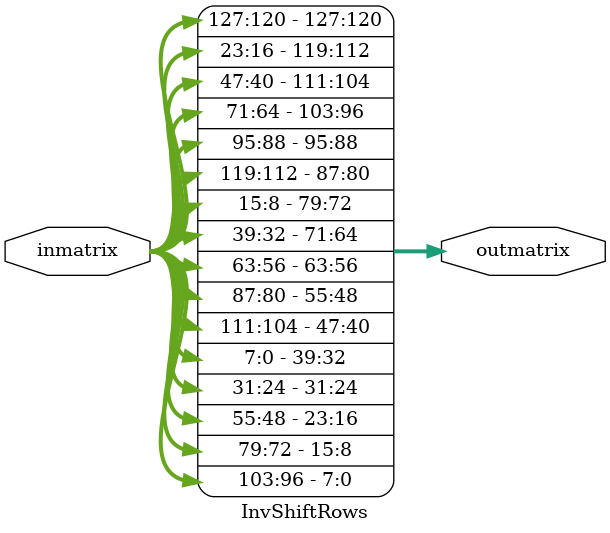
<source format=v>
module InvShiftRows(inmatrix,outmatrix);
input [127:0]inmatrix;
output[127:0]outmatrix;

assign outmatrix[127:120]=inmatrix[127:120];
assign outmatrix[95:88]=inmatrix[95:88];
assign outmatrix[63:56]=inmatrix[63:56];
assign outmatrix[31:24]=inmatrix[31:24];


assign outmatrix[119:112]=inmatrix[23:16];
assign outmatrix[87:80]=inmatrix[119:112];
assign outmatrix[55:48]=inmatrix[87:80];
assign outmatrix[23:16]=inmatrix[55:48];

assign outmatrix[111:104]=inmatrix[47:40];
assign outmatrix[79:72]=inmatrix[15:8];
assign outmatrix[47:40]=inmatrix[111:104];
assign outmatrix[15:8]=inmatrix[79:72];


assign outmatrix[103:96]=inmatrix[71:64];
assign outmatrix[71:64]=inmatrix[39:32];
assign outmatrix[39:32]=inmatrix[7:0];
assign outmatrix[7:0]=inmatrix[103:96];




endmodule


</source>
